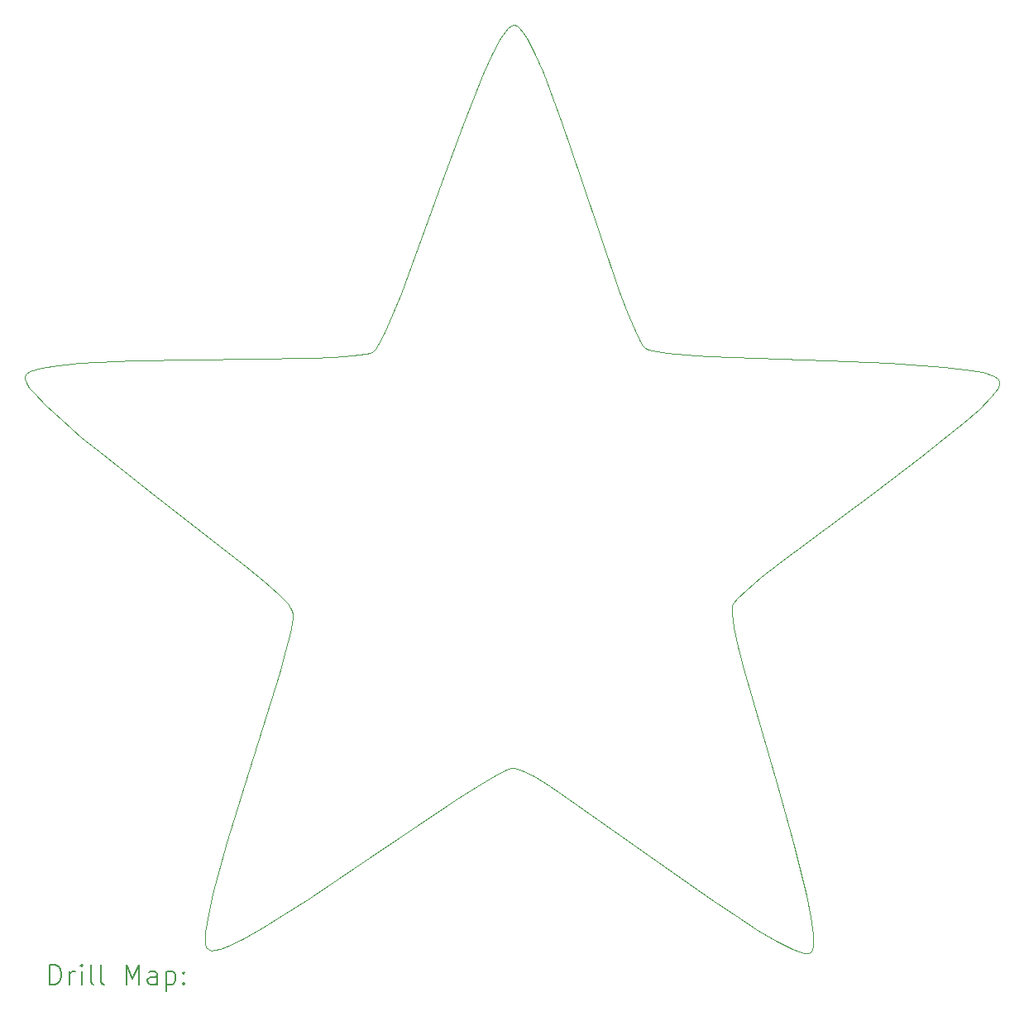
<source format=gbr>
%TF.GenerationSoftware,KiCad,Pcbnew,9.0.5*%
%TF.CreationDate,2025-10-14T20:34:08+01:00*%
%TF.ProjectId,ESP32_Xmas_Star_Module,45535033-325f-4586-9d61-735f53746172,rev?*%
%TF.SameCoordinates,Original*%
%TF.FileFunction,Drillmap*%
%TF.FilePolarity,Positive*%
%FSLAX45Y45*%
G04 Gerber Fmt 4.5, Leading zero omitted, Abs format (unit mm)*
G04 Created by KiCad (PCBNEW 9.0.5) date 2025-10-14 20:34:08*
%MOMM*%
%LPD*%
G01*
G04 APERTURE LIST*
%ADD10C,0.093976*%
%ADD11C,0.200000*%
G04 APERTURE END LIST*
D10*
X15017354Y-4066279D02*
X15048667Y-4092343D01*
X15082727Y-4134625D01*
X15119328Y-4192000D01*
X15199317Y-4347546D01*
X15286973Y-4550003D01*
X15478629Y-5059741D01*
X15680991Y-5649392D01*
X16064612Y-6781154D01*
X16146419Y-7001821D01*
X16219260Y-7179624D01*
X16281472Y-7305584D01*
X16308073Y-7346318D01*
X16331392Y-7370725D01*
X16362202Y-7386084D01*
X16409820Y-7399899D01*
X16550886Y-7423387D01*
X16745404Y-7442174D01*
X16984190Y-7457248D01*
X18198298Y-7500109D01*
X18832139Y-7524882D01*
X19385861Y-7562396D01*
X19609714Y-7588395D01*
X19785982Y-7620537D01*
X19905479Y-7659808D01*
X19941068Y-7682424D01*
X19959020Y-7707192D01*
X19959021Y-7707191D01*
X19959021Y-7707191D01*
X19959021Y-7707191D01*
X19959021Y-7707191D01*
X19959021Y-7707191D01*
X19959485Y-7736854D01*
X19944372Y-7774688D01*
X19914685Y-7820147D01*
X19871428Y-7872686D01*
X19748213Y-7996828D01*
X19582752Y-8142756D01*
X19383069Y-8306115D01*
X19157188Y-8482549D01*
X18658929Y-8857219D01*
X17701104Y-9571797D01*
X17516517Y-9717790D01*
X17369926Y-9842010D01*
X17269355Y-9940102D01*
X17238835Y-9977988D01*
X17222829Y-10007709D01*
X17217743Y-10041757D01*
X17219319Y-10091314D01*
X17240573Y-10232733D01*
X17282814Y-10423537D01*
X17342267Y-10655293D01*
X17676684Y-11823224D01*
X17848992Y-12433698D01*
X17984423Y-12971911D01*
X18028871Y-13192843D01*
X18052772Y-13370416D01*
X18052350Y-13496199D01*
X18041838Y-13537036D01*
X18023830Y-13561763D01*
X17995760Y-13571371D01*
X17955108Y-13568688D01*
X17902700Y-13554502D01*
X17839365Y-13529597D01*
X17683224Y-13450775D01*
X17493308Y-13338506D01*
X17276238Y-13199077D01*
X17038638Y-13038773D01*
X16528336Y-12680680D01*
X15552747Y-11990552D01*
X15356860Y-11860113D01*
X15193420Y-11759083D01*
X15069052Y-11693747D01*
X15023589Y-11676428D01*
X14990377Y-11670390D01*
X14956423Y-11676074D01*
X14909779Y-11692886D01*
X14781849Y-11756800D01*
X14613437Y-11855936D01*
X14411396Y-11984096D01*
X13403968Y-12663055D01*
X12876619Y-13015576D01*
X12631017Y-13173409D01*
X12406599Y-13310696D01*
X12210215Y-13421240D01*
X12048719Y-13498844D01*
X11983195Y-13523358D01*
X11928961Y-13537312D01*
X11886876Y-13539934D01*
X11857794Y-13530449D01*
X11839982Y-13506722D01*
X11829970Y-13467230D01*
X11827267Y-13413004D01*
X11831381Y-13345072D01*
X11858096Y-13172216D01*
X11906182Y-12956903D01*
X12050745Y-12431864D01*
X12233619Y-11835880D01*
X12588497Y-10694779D01*
X12652019Y-10468171D01*
X12697599Y-10281511D01*
X12721305Y-10143039D01*
X12723728Y-10094450D01*
X12719207Y-10060997D01*
X12703309Y-10030461D01*
X12672906Y-9991296D01*
X12572587Y-9889377D01*
X12426262Y-9759843D01*
X12241940Y-9607294D01*
X11284899Y-8858983D01*
X10786672Y-8466379D01*
X10560668Y-8281571D01*
X10360751Y-8110561D01*
X10194932Y-7957949D01*
X10071221Y-7828338D01*
X10027659Y-7773596D01*
X9997628Y-7726329D01*
X9982129Y-7687114D01*
X9982164Y-7656524D01*
X9999225Y-7632252D01*
X10033690Y-7610527D01*
X10150305Y-7574121D01*
X10322956Y-7546112D01*
X10542592Y-7525309D01*
X11086606Y-7500551D01*
X11709931Y-7490305D01*
X12904846Y-7475194D01*
X13139992Y-7465581D01*
X13331602Y-7451249D01*
X13470622Y-7431005D01*
X13517582Y-7418294D01*
X13548001Y-7403657D01*
X13572129Y-7379101D01*
X13599983Y-7338083D01*
X13665913Y-7211180D01*
X13743890Y-7031988D01*
X13832015Y-6809547D01*
X14247959Y-5668107D01*
X14467386Y-5072944D01*
X14674173Y-4557915D01*
X14768074Y-4353052D01*
X14853113Y-4195344D01*
X14927388Y-4093831D01*
X14959895Y-4066972D01*
X14988998Y-4057553D01*
X15017354Y-4066279D01*
D11*
X10238207Y-13887553D02*
X10238207Y-13687553D01*
X10238207Y-13687553D02*
X10285826Y-13687553D01*
X10285826Y-13687553D02*
X10314398Y-13697077D01*
X10314398Y-13697077D02*
X10333445Y-13716125D01*
X10333445Y-13716125D02*
X10342969Y-13735172D01*
X10342969Y-13735172D02*
X10352493Y-13773267D01*
X10352493Y-13773267D02*
X10352493Y-13801839D01*
X10352493Y-13801839D02*
X10342969Y-13839934D01*
X10342969Y-13839934D02*
X10333445Y-13858982D01*
X10333445Y-13858982D02*
X10314398Y-13878029D01*
X10314398Y-13878029D02*
X10285826Y-13887553D01*
X10285826Y-13887553D02*
X10238207Y-13887553D01*
X10438207Y-13887553D02*
X10438207Y-13754220D01*
X10438207Y-13792315D02*
X10447731Y-13773267D01*
X10447731Y-13773267D02*
X10457255Y-13763744D01*
X10457255Y-13763744D02*
X10476302Y-13754220D01*
X10476302Y-13754220D02*
X10495350Y-13754220D01*
X10562017Y-13887553D02*
X10562017Y-13754220D01*
X10562017Y-13687553D02*
X10552493Y-13697077D01*
X10552493Y-13697077D02*
X10562017Y-13706601D01*
X10562017Y-13706601D02*
X10571540Y-13697077D01*
X10571540Y-13697077D02*
X10562017Y-13687553D01*
X10562017Y-13687553D02*
X10562017Y-13706601D01*
X10685826Y-13887553D02*
X10666779Y-13878029D01*
X10666779Y-13878029D02*
X10657255Y-13858982D01*
X10657255Y-13858982D02*
X10657255Y-13687553D01*
X10790588Y-13887553D02*
X10771540Y-13878029D01*
X10771540Y-13878029D02*
X10762017Y-13858982D01*
X10762017Y-13858982D02*
X10762017Y-13687553D01*
X11019160Y-13887553D02*
X11019160Y-13687553D01*
X11019160Y-13687553D02*
X11085826Y-13830410D01*
X11085826Y-13830410D02*
X11152493Y-13687553D01*
X11152493Y-13687553D02*
X11152493Y-13887553D01*
X11333445Y-13887553D02*
X11333445Y-13782791D01*
X11333445Y-13782791D02*
X11323921Y-13763744D01*
X11323921Y-13763744D02*
X11304874Y-13754220D01*
X11304874Y-13754220D02*
X11266778Y-13754220D01*
X11266778Y-13754220D02*
X11247731Y-13763744D01*
X11333445Y-13878029D02*
X11314398Y-13887553D01*
X11314398Y-13887553D02*
X11266778Y-13887553D01*
X11266778Y-13887553D02*
X11247731Y-13878029D01*
X11247731Y-13878029D02*
X11238207Y-13858982D01*
X11238207Y-13858982D02*
X11238207Y-13839934D01*
X11238207Y-13839934D02*
X11247731Y-13820886D01*
X11247731Y-13820886D02*
X11266778Y-13811363D01*
X11266778Y-13811363D02*
X11314398Y-13811363D01*
X11314398Y-13811363D02*
X11333445Y-13801839D01*
X11428683Y-13754220D02*
X11428683Y-13954220D01*
X11428683Y-13763744D02*
X11447731Y-13754220D01*
X11447731Y-13754220D02*
X11485826Y-13754220D01*
X11485826Y-13754220D02*
X11504874Y-13763744D01*
X11504874Y-13763744D02*
X11514398Y-13773267D01*
X11514398Y-13773267D02*
X11523921Y-13792315D01*
X11523921Y-13792315D02*
X11523921Y-13849458D01*
X11523921Y-13849458D02*
X11514398Y-13868505D01*
X11514398Y-13868505D02*
X11504874Y-13878029D01*
X11504874Y-13878029D02*
X11485826Y-13887553D01*
X11485826Y-13887553D02*
X11447731Y-13887553D01*
X11447731Y-13887553D02*
X11428683Y-13878029D01*
X11609636Y-13868505D02*
X11619159Y-13878029D01*
X11619159Y-13878029D02*
X11609636Y-13887553D01*
X11609636Y-13887553D02*
X11600112Y-13878029D01*
X11600112Y-13878029D02*
X11609636Y-13868505D01*
X11609636Y-13868505D02*
X11609636Y-13887553D01*
X11609636Y-13763744D02*
X11619159Y-13773267D01*
X11619159Y-13773267D02*
X11609636Y-13782791D01*
X11609636Y-13782791D02*
X11600112Y-13773267D01*
X11600112Y-13773267D02*
X11609636Y-13763744D01*
X11609636Y-13763744D02*
X11609636Y-13782791D01*
M02*

</source>
